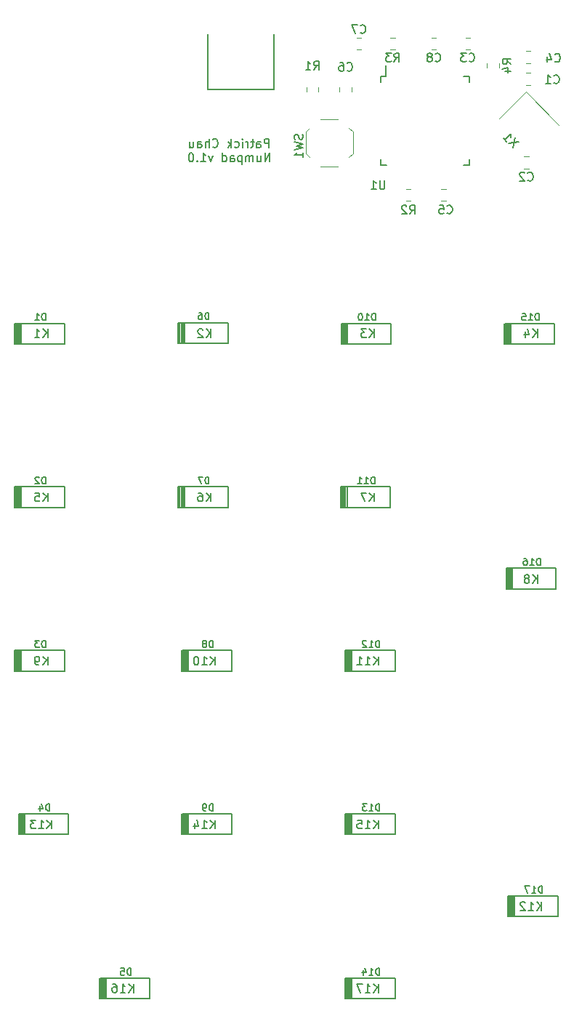
<source format=gbo>
G04 #@! TF.GenerationSoftware,KiCad,Pcbnew,(5.1.5)-3*
G04 #@! TF.CreationDate,2020-06-24T14:41:20-07:00*
G04 #@! TF.ProjectId,numpad,6e756d70-6164-42e6-9b69-6361645f7063,rev?*
G04 #@! TF.SameCoordinates,Original*
G04 #@! TF.FileFunction,Legend,Bot*
G04 #@! TF.FilePolarity,Positive*
%FSLAX46Y46*%
G04 Gerber Fmt 4.6, Leading zero omitted, Abs format (unit mm)*
G04 Created by KiCad (PCBNEW (5.1.5)-3) date 2020-06-24 14:41:20*
%MOMM*%
%LPD*%
G04 APERTURE LIST*
%ADD10C,0.150000*%
%ADD11C,0.200000*%
%ADD12C,0.120000*%
G04 APERTURE END LIST*
D10*
X137919047Y-41967380D02*
X137919047Y-40967380D01*
X137538095Y-40967380D01*
X137442857Y-41015000D01*
X137395238Y-41062619D01*
X137347619Y-41157857D01*
X137347619Y-41300714D01*
X137395238Y-41395952D01*
X137442857Y-41443571D01*
X137538095Y-41491190D01*
X137919047Y-41491190D01*
X136490476Y-41967380D02*
X136490476Y-41443571D01*
X136538095Y-41348333D01*
X136633333Y-41300714D01*
X136823809Y-41300714D01*
X136919047Y-41348333D01*
X136490476Y-41919761D02*
X136585714Y-41967380D01*
X136823809Y-41967380D01*
X136919047Y-41919761D01*
X136966666Y-41824523D01*
X136966666Y-41729285D01*
X136919047Y-41634047D01*
X136823809Y-41586428D01*
X136585714Y-41586428D01*
X136490476Y-41538809D01*
X136157142Y-41300714D02*
X135776190Y-41300714D01*
X136014285Y-40967380D02*
X136014285Y-41824523D01*
X135966666Y-41919761D01*
X135871428Y-41967380D01*
X135776190Y-41967380D01*
X135442857Y-41967380D02*
X135442857Y-41300714D01*
X135442857Y-41491190D02*
X135395238Y-41395952D01*
X135347619Y-41348333D01*
X135252380Y-41300714D01*
X135157142Y-41300714D01*
X134823809Y-41967380D02*
X134823809Y-41300714D01*
X134823809Y-40967380D02*
X134871428Y-41015000D01*
X134823809Y-41062619D01*
X134776190Y-41015000D01*
X134823809Y-40967380D01*
X134823809Y-41062619D01*
X133919047Y-41919761D02*
X134014285Y-41967380D01*
X134204761Y-41967380D01*
X134300000Y-41919761D01*
X134347619Y-41872142D01*
X134395238Y-41776904D01*
X134395238Y-41491190D01*
X134347619Y-41395952D01*
X134300000Y-41348333D01*
X134204761Y-41300714D01*
X134014285Y-41300714D01*
X133919047Y-41348333D01*
X133490476Y-41967380D02*
X133490476Y-40967380D01*
X133395238Y-41586428D02*
X133109523Y-41967380D01*
X133109523Y-41300714D02*
X133490476Y-41681666D01*
X131347619Y-41872142D02*
X131395238Y-41919761D01*
X131538095Y-41967380D01*
X131633333Y-41967380D01*
X131776190Y-41919761D01*
X131871428Y-41824523D01*
X131919047Y-41729285D01*
X131966666Y-41538809D01*
X131966666Y-41395952D01*
X131919047Y-41205476D01*
X131871428Y-41110238D01*
X131776190Y-41015000D01*
X131633333Y-40967380D01*
X131538095Y-40967380D01*
X131395238Y-41015000D01*
X131347619Y-41062619D01*
X130919047Y-41967380D02*
X130919047Y-40967380D01*
X130490476Y-41967380D02*
X130490476Y-41443571D01*
X130538095Y-41348333D01*
X130633333Y-41300714D01*
X130776190Y-41300714D01*
X130871428Y-41348333D01*
X130919047Y-41395952D01*
X129585714Y-41967380D02*
X129585714Y-41443571D01*
X129633333Y-41348333D01*
X129728571Y-41300714D01*
X129919047Y-41300714D01*
X130014285Y-41348333D01*
X129585714Y-41919761D02*
X129680952Y-41967380D01*
X129919047Y-41967380D01*
X130014285Y-41919761D01*
X130061904Y-41824523D01*
X130061904Y-41729285D01*
X130014285Y-41634047D01*
X129919047Y-41586428D01*
X129680952Y-41586428D01*
X129585714Y-41538809D01*
X128680952Y-41300714D02*
X128680952Y-41967380D01*
X129109523Y-41300714D02*
X129109523Y-41824523D01*
X129061904Y-41919761D01*
X128966666Y-41967380D01*
X128823809Y-41967380D01*
X128728571Y-41919761D01*
X128680952Y-41872142D01*
X138014285Y-43617380D02*
X138014285Y-42617380D01*
X137442857Y-43617380D01*
X137442857Y-42617380D01*
X136538095Y-42950714D02*
X136538095Y-43617380D01*
X136966666Y-42950714D02*
X136966666Y-43474523D01*
X136919047Y-43569761D01*
X136823809Y-43617380D01*
X136680952Y-43617380D01*
X136585714Y-43569761D01*
X136538095Y-43522142D01*
X136061904Y-43617380D02*
X136061904Y-42950714D01*
X136061904Y-43045952D02*
X136014285Y-42998333D01*
X135919047Y-42950714D01*
X135776190Y-42950714D01*
X135680952Y-42998333D01*
X135633333Y-43093571D01*
X135633333Y-43617380D01*
X135633333Y-43093571D02*
X135585714Y-42998333D01*
X135490476Y-42950714D01*
X135347619Y-42950714D01*
X135252380Y-42998333D01*
X135204761Y-43093571D01*
X135204761Y-43617380D01*
X134728571Y-42950714D02*
X134728571Y-43950714D01*
X134728571Y-42998333D02*
X134633333Y-42950714D01*
X134442857Y-42950714D01*
X134347619Y-42998333D01*
X134300000Y-43045952D01*
X134252380Y-43141190D01*
X134252380Y-43426904D01*
X134300000Y-43522142D01*
X134347619Y-43569761D01*
X134442857Y-43617380D01*
X134633333Y-43617380D01*
X134728571Y-43569761D01*
X133395238Y-43617380D02*
X133395238Y-43093571D01*
X133442857Y-42998333D01*
X133538095Y-42950714D01*
X133728571Y-42950714D01*
X133823809Y-42998333D01*
X133395238Y-43569761D02*
X133490476Y-43617380D01*
X133728571Y-43617380D01*
X133823809Y-43569761D01*
X133871428Y-43474523D01*
X133871428Y-43379285D01*
X133823809Y-43284047D01*
X133728571Y-43236428D01*
X133490476Y-43236428D01*
X133395238Y-43188809D01*
X132490476Y-43617380D02*
X132490476Y-42617380D01*
X132490476Y-43569761D02*
X132585714Y-43617380D01*
X132776190Y-43617380D01*
X132871428Y-43569761D01*
X132919047Y-43522142D01*
X132966666Y-43426904D01*
X132966666Y-43141190D01*
X132919047Y-43045952D01*
X132871428Y-42998333D01*
X132776190Y-42950714D01*
X132585714Y-42950714D01*
X132490476Y-42998333D01*
X131347619Y-42950714D02*
X131109523Y-43617380D01*
X130871428Y-42950714D01*
X129966666Y-43617380D02*
X130538095Y-43617380D01*
X130252380Y-43617380D02*
X130252380Y-42617380D01*
X130347619Y-42760238D01*
X130442857Y-42855476D01*
X130538095Y-42903095D01*
X129538095Y-43522142D02*
X129490476Y-43569761D01*
X129538095Y-43617380D01*
X129585714Y-43569761D01*
X129538095Y-43522142D01*
X129538095Y-43617380D01*
X128871428Y-42617380D02*
X128776190Y-42617380D01*
X128680952Y-42665000D01*
X128633333Y-42712619D01*
X128585714Y-42807857D01*
X128538095Y-42998333D01*
X128538095Y-43236428D01*
X128585714Y-43426904D01*
X128633333Y-43522142D01*
X128680952Y-43569761D01*
X128776190Y-43617380D01*
X128871428Y-43617380D01*
X128966666Y-43569761D01*
X129014285Y-43522142D01*
X129061904Y-43426904D01*
X129109523Y-43236428D01*
X129109523Y-42998333D01*
X129061904Y-42807857D01*
X129014285Y-42712619D01*
X128966666Y-42665000D01*
X128871428Y-42617380D01*
D11*
X118943750Y-141075000D02*
X118943750Y-138675000D01*
X118768750Y-141075000D02*
X118768750Y-138675000D01*
X118593750Y-141075000D02*
X118593750Y-138675000D01*
X118193750Y-138675000D02*
X118193750Y-141075000D01*
X118418750Y-141075000D02*
X118418750Y-138675000D01*
X118293750Y-141075000D02*
X118293750Y-138675000D01*
X118218750Y-141075000D02*
X124018750Y-141075000D01*
X124018750Y-141075000D02*
X124018750Y-138675000D01*
X124018750Y-138675000D02*
X118218750Y-138675000D01*
D12*
X167836248Y-33293750D02*
X168358752Y-33293750D01*
X167836248Y-34713750D02*
X168358752Y-34713750D01*
X167636248Y-44463750D02*
X168158752Y-44463750D01*
X167636248Y-43043750D02*
X168158752Y-43043750D01*
X160798748Y-30588750D02*
X161321252Y-30588750D01*
X160798748Y-29168750D02*
X161321252Y-29168750D01*
X167823748Y-30762500D02*
X168346252Y-30762500D01*
X167823748Y-32182500D02*
X168346252Y-32182500D01*
X158508752Y-46793750D02*
X157986248Y-46793750D01*
X158508752Y-48213750D02*
X157986248Y-48213750D01*
X147520000Y-34967498D02*
X147520000Y-35490002D01*
X146100000Y-34967498D02*
X146100000Y-35490002D01*
X148658752Y-29168750D02*
X148136248Y-29168750D01*
X148658752Y-30588750D02*
X148136248Y-30588750D01*
X156854998Y-29168750D02*
X157377502Y-29168750D01*
X156854998Y-30588750D02*
X157377502Y-30588750D01*
D11*
X114081250Y-62456250D02*
X108281250Y-62456250D01*
X114081250Y-64856250D02*
X114081250Y-62456250D01*
X108281250Y-64856250D02*
X114081250Y-64856250D01*
X108356250Y-64856250D02*
X108356250Y-62456250D01*
X108481250Y-64856250D02*
X108481250Y-62456250D01*
X108256250Y-62456250D02*
X108256250Y-64856250D01*
X108656250Y-64856250D02*
X108656250Y-62456250D01*
X108831250Y-64856250D02*
X108831250Y-62456250D01*
X109006250Y-64856250D02*
X109006250Y-62456250D01*
X109006250Y-83887500D02*
X109006250Y-81487500D01*
X108831250Y-83887500D02*
X108831250Y-81487500D01*
X108656250Y-83887500D02*
X108656250Y-81487500D01*
X108256250Y-81487500D02*
X108256250Y-83887500D01*
X108481250Y-83887500D02*
X108481250Y-81487500D01*
X108356250Y-83887500D02*
X108356250Y-81487500D01*
X108281250Y-83887500D02*
X114081250Y-83887500D01*
X114081250Y-83887500D02*
X114081250Y-81487500D01*
X114081250Y-81487500D02*
X108281250Y-81487500D01*
X114081250Y-100518750D02*
X108281250Y-100518750D01*
X114081250Y-102918750D02*
X114081250Y-100518750D01*
X108281250Y-102918750D02*
X114081250Y-102918750D01*
X108356250Y-102918750D02*
X108356250Y-100518750D01*
X108481250Y-102918750D02*
X108481250Y-100518750D01*
X108256250Y-100518750D02*
X108256250Y-102918750D01*
X108656250Y-102918750D02*
X108656250Y-100518750D01*
X108831250Y-102918750D02*
X108831250Y-100518750D01*
X109006250Y-102918750D02*
X109006250Y-100518750D01*
X109475000Y-121950000D02*
X109475000Y-119550000D01*
X109300000Y-121950000D02*
X109300000Y-119550000D01*
X109125000Y-121950000D02*
X109125000Y-119550000D01*
X108725000Y-119550000D02*
X108725000Y-121950000D01*
X108950000Y-121950000D02*
X108950000Y-119550000D01*
X108825000Y-121950000D02*
X108825000Y-119550000D01*
X108750000Y-121950000D02*
X114550000Y-121950000D01*
X114550000Y-121950000D02*
X114550000Y-119550000D01*
X114550000Y-119550000D02*
X108750000Y-119550000D01*
X128037500Y-64762500D02*
X128037500Y-62362500D01*
X127862500Y-64762500D02*
X127862500Y-62362500D01*
X127687500Y-64762500D02*
X127687500Y-62362500D01*
X127287500Y-62362500D02*
X127287500Y-64762500D01*
X127512500Y-64762500D02*
X127512500Y-62362500D01*
X127387500Y-64762500D02*
X127387500Y-62362500D01*
X127312500Y-64762500D02*
X133112500Y-64762500D01*
X133112500Y-64762500D02*
X133112500Y-62362500D01*
X133112500Y-62362500D02*
X127312500Y-62362500D01*
X133112500Y-81487500D02*
X127312500Y-81487500D01*
X133112500Y-83887500D02*
X133112500Y-81487500D01*
X127312500Y-83887500D02*
X133112500Y-83887500D01*
X127387500Y-83887500D02*
X127387500Y-81487500D01*
X127512500Y-83887500D02*
X127512500Y-81487500D01*
X127287500Y-81487500D02*
X127287500Y-83887500D01*
X127687500Y-83887500D02*
X127687500Y-81487500D01*
X127862500Y-83887500D02*
X127862500Y-81487500D01*
X128037500Y-83887500D02*
X128037500Y-81487500D01*
X128506250Y-102918750D02*
X128506250Y-100518750D01*
X128331250Y-102918750D02*
X128331250Y-100518750D01*
X128156250Y-102918750D02*
X128156250Y-100518750D01*
X127756250Y-100518750D02*
X127756250Y-102918750D01*
X127981250Y-102918750D02*
X127981250Y-100518750D01*
X127856250Y-102918750D02*
X127856250Y-100518750D01*
X127781250Y-102918750D02*
X133581250Y-102918750D01*
X133581250Y-102918750D02*
X133581250Y-100518750D01*
X133581250Y-100518750D02*
X127781250Y-100518750D01*
X133581250Y-119550000D02*
X127781250Y-119550000D01*
X133581250Y-121950000D02*
X133581250Y-119550000D01*
X127781250Y-121950000D02*
X133581250Y-121950000D01*
X127856250Y-121950000D02*
X127856250Y-119550000D01*
X127981250Y-121950000D02*
X127981250Y-119550000D01*
X127756250Y-119550000D02*
X127756250Y-121950000D01*
X128156250Y-121950000D02*
X128156250Y-119550000D01*
X128331250Y-121950000D02*
X128331250Y-119550000D01*
X128506250Y-121950000D02*
X128506250Y-119550000D01*
X152143750Y-62456250D02*
X146343750Y-62456250D01*
X152143750Y-64856250D02*
X152143750Y-62456250D01*
X146343750Y-64856250D02*
X152143750Y-64856250D01*
X146418750Y-64856250D02*
X146418750Y-62456250D01*
X146543750Y-64856250D02*
X146543750Y-62456250D01*
X146318750Y-62456250D02*
X146318750Y-64856250D01*
X146718750Y-64856250D02*
X146718750Y-62456250D01*
X146893750Y-64856250D02*
X146893750Y-62456250D01*
X147068750Y-64856250D02*
X147068750Y-62456250D01*
X146993750Y-83887500D02*
X146993750Y-81487500D01*
X146818750Y-83887500D02*
X146818750Y-81487500D01*
X146643750Y-83887500D02*
X146643750Y-81487500D01*
X146243750Y-81487500D02*
X146243750Y-83887500D01*
X146468750Y-83887500D02*
X146468750Y-81487500D01*
X146343750Y-83887500D02*
X146343750Y-81487500D01*
X146268750Y-83887500D02*
X152068750Y-83887500D01*
X152068750Y-83887500D02*
X152068750Y-81487500D01*
X152068750Y-81487500D02*
X146268750Y-81487500D01*
X147537500Y-102918750D02*
X147537500Y-100518750D01*
X147362500Y-102918750D02*
X147362500Y-100518750D01*
X147187500Y-102918750D02*
X147187500Y-100518750D01*
X146787500Y-100518750D02*
X146787500Y-102918750D01*
X147012500Y-102918750D02*
X147012500Y-100518750D01*
X146887500Y-102918750D02*
X146887500Y-100518750D01*
X146812500Y-102918750D02*
X152612500Y-102918750D01*
X152612500Y-102918750D02*
X152612500Y-100518750D01*
X152612500Y-100518750D02*
X146812500Y-100518750D01*
X147537500Y-121950000D02*
X147537500Y-119550000D01*
X147362500Y-121950000D02*
X147362500Y-119550000D01*
X147187500Y-121950000D02*
X147187500Y-119550000D01*
X146787500Y-119550000D02*
X146787500Y-121950000D01*
X147012500Y-121950000D02*
X147012500Y-119550000D01*
X146887500Y-121950000D02*
X146887500Y-119550000D01*
X146812500Y-121950000D02*
X152612500Y-121950000D01*
X152612500Y-121950000D02*
X152612500Y-119550000D01*
X152612500Y-119550000D02*
X146812500Y-119550000D01*
X147537500Y-141075000D02*
X147537500Y-138675000D01*
X147362500Y-141075000D02*
X147362500Y-138675000D01*
X147187500Y-141075000D02*
X147187500Y-138675000D01*
X146787500Y-138675000D02*
X146787500Y-141075000D01*
X147012500Y-141075000D02*
X147012500Y-138675000D01*
X146887500Y-141075000D02*
X146887500Y-138675000D01*
X146812500Y-141075000D02*
X152612500Y-141075000D01*
X152612500Y-141075000D02*
X152612500Y-138675000D01*
X152612500Y-138675000D02*
X146812500Y-138675000D01*
X171175000Y-62456250D02*
X165375000Y-62456250D01*
X171175000Y-64856250D02*
X171175000Y-62456250D01*
X165375000Y-64856250D02*
X171175000Y-64856250D01*
X165450000Y-64856250D02*
X165450000Y-62456250D01*
X165575000Y-64856250D02*
X165575000Y-62456250D01*
X165350000Y-62456250D02*
X165350000Y-64856250D01*
X165750000Y-64856250D02*
X165750000Y-62456250D01*
X165925000Y-64856250D02*
X165925000Y-62456250D01*
X166100000Y-64856250D02*
X166100000Y-62456250D01*
X171362500Y-90956250D02*
X165562500Y-90956250D01*
X171362500Y-93356250D02*
X171362500Y-90956250D01*
X165562500Y-93356250D02*
X171362500Y-93356250D01*
X165637500Y-93356250D02*
X165637500Y-90956250D01*
X165762500Y-93356250D02*
X165762500Y-90956250D01*
X165537500Y-90956250D02*
X165537500Y-93356250D01*
X165937500Y-93356250D02*
X165937500Y-90956250D01*
X166112500Y-93356250D02*
X166112500Y-90956250D01*
X166287500Y-93356250D02*
X166287500Y-90956250D01*
X171568750Y-129112500D02*
X165768750Y-129112500D01*
X171568750Y-131512500D02*
X171568750Y-129112500D01*
X165768750Y-131512500D02*
X171568750Y-131512500D01*
X165843750Y-131512500D02*
X165843750Y-129112500D01*
X165968750Y-131512500D02*
X165968750Y-129112500D01*
X165743750Y-129112500D02*
X165743750Y-131512500D01*
X166143750Y-131512500D02*
X166143750Y-129112500D01*
X166318750Y-131512500D02*
X166318750Y-129112500D01*
X166493750Y-131512500D02*
X166493750Y-129112500D01*
X138440000Y-35250000D02*
X138440000Y-28750000D01*
X130740000Y-35250000D02*
X130740000Y-28750000D01*
X130740000Y-35250000D02*
X138440000Y-35250000D01*
D12*
X143676250Y-35490002D02*
X143676250Y-34967498D01*
X142256250Y-35490002D02*
X142256250Y-34967498D01*
X154377502Y-48213750D02*
X153854998Y-48213750D01*
X154377502Y-46793750D02*
X153854998Y-46793750D01*
X152063748Y-30590000D02*
X152586252Y-30590000D01*
X152063748Y-29170000D02*
X152586252Y-29170000D01*
X163300000Y-32696252D02*
X163300000Y-32173748D01*
X164720000Y-32696252D02*
X164720000Y-32173748D01*
X142635000Y-43110000D02*
X142185000Y-42660000D01*
X142635000Y-39710000D02*
X142185000Y-40160000D01*
X147235000Y-39710000D02*
X147685000Y-40160000D01*
X147235000Y-43110000D02*
X147685000Y-42660000D01*
X145935000Y-38660000D02*
X143935000Y-38660000D01*
X142185000Y-42660000D02*
X142185000Y-40160000D01*
X145935000Y-44160000D02*
X143935000Y-44160000D01*
X147685000Y-42660000D02*
X147685000Y-40160000D01*
D10*
X150916250Y-33703750D02*
X151491250Y-33703750D01*
X150916250Y-44053750D02*
X151591250Y-44053750D01*
X161266250Y-44053750D02*
X160591250Y-44053750D01*
X161266250Y-33703750D02*
X160591250Y-33703750D01*
X150916250Y-33703750D02*
X150916250Y-34378750D01*
X161266250Y-33703750D02*
X161266250Y-34378750D01*
X161266250Y-44053750D02*
X161266250Y-43378750D01*
X150916250Y-44053750D02*
X150916250Y-43378750D01*
X151491250Y-33703750D02*
X151491250Y-32428750D01*
D12*
X164720177Y-38618947D02*
X167831447Y-35507677D01*
X167831447Y-35507677D02*
X171649823Y-39326053D01*
D11*
X169665535Y-130805580D02*
X169665535Y-129805580D01*
X169094107Y-130805580D02*
X169522678Y-130234152D01*
X169094107Y-129805580D02*
X169665535Y-130377009D01*
X168141726Y-130805580D02*
X168713154Y-130805580D01*
X168427440Y-130805580D02*
X168427440Y-129805580D01*
X168522678Y-129948438D01*
X168617916Y-130043676D01*
X168713154Y-130091295D01*
X167760773Y-129900819D02*
X167713154Y-129853200D01*
X167617916Y-129805580D01*
X167379821Y-129805580D01*
X167284583Y-129853200D01*
X167236964Y-129900819D01*
X167189345Y-129996057D01*
X167189345Y-130091295D01*
X167236964Y-130234152D01*
X167808392Y-130805580D01*
X167189345Y-130805580D01*
X150651785Y-140332880D02*
X150651785Y-139332880D01*
X150080357Y-140332880D02*
X150508928Y-139761452D01*
X150080357Y-139332880D02*
X150651785Y-139904309D01*
X149127976Y-140332880D02*
X149699404Y-140332880D01*
X149413690Y-140332880D02*
X149413690Y-139332880D01*
X149508928Y-139475738D01*
X149604166Y-139570976D01*
X149699404Y-139618595D01*
X148794642Y-139332880D02*
X148127976Y-139332880D01*
X148556547Y-140332880D01*
X122104885Y-140332880D02*
X122104885Y-139332880D01*
X121533457Y-140332880D02*
X121962028Y-139761452D01*
X121533457Y-139332880D02*
X122104885Y-139904309D01*
X120581076Y-140332880D02*
X121152504Y-140332880D01*
X120866790Y-140332880D02*
X120866790Y-139332880D01*
X120962028Y-139475738D01*
X121057266Y-139570976D01*
X121152504Y-139618595D01*
X119723933Y-139332880D02*
X119914409Y-139332880D01*
X120009647Y-139380500D01*
X120057266Y-139428119D01*
X120152504Y-139570976D01*
X120200123Y-139761452D01*
X120200123Y-140142404D01*
X120152504Y-140237642D01*
X120104885Y-140285261D01*
X120009647Y-140332880D01*
X119819171Y-140332880D01*
X119723933Y-140285261D01*
X119676314Y-140237642D01*
X119628695Y-140142404D01*
X119628695Y-139904309D01*
X119676314Y-139809071D01*
X119723933Y-139761452D01*
X119819171Y-139713833D01*
X120009647Y-139713833D01*
X120104885Y-139761452D01*
X120152504Y-139809071D01*
X120200123Y-139904309D01*
X150651785Y-121278191D02*
X150651785Y-120278191D01*
X150080357Y-121278191D02*
X150508928Y-120706763D01*
X150080357Y-120278191D02*
X150651785Y-120849620D01*
X149127976Y-121278191D02*
X149699404Y-121278191D01*
X149413690Y-121278191D02*
X149413690Y-120278191D01*
X149508928Y-120421049D01*
X149604166Y-120516287D01*
X149699404Y-120563906D01*
X148223214Y-120278191D02*
X148699404Y-120278191D01*
X148747023Y-120754382D01*
X148699404Y-120706763D01*
X148604166Y-120659144D01*
X148366071Y-120659144D01*
X148270833Y-120706763D01*
X148223214Y-120754382D01*
X148175595Y-120849620D01*
X148175595Y-121087715D01*
X148223214Y-121182953D01*
X148270833Y-121230572D01*
X148366071Y-121278191D01*
X148604166Y-121278191D01*
X148699404Y-121230572D01*
X148747023Y-121182953D01*
X131620535Y-121278191D02*
X131620535Y-120278191D01*
X131049107Y-121278191D02*
X131477678Y-120706763D01*
X131049107Y-120278191D02*
X131620535Y-120849620D01*
X130096726Y-121278191D02*
X130668154Y-121278191D01*
X130382440Y-121278191D02*
X130382440Y-120278191D01*
X130477678Y-120421049D01*
X130572916Y-120516287D01*
X130668154Y-120563906D01*
X129239583Y-120611525D02*
X129239583Y-121278191D01*
X129477678Y-120230572D02*
X129715773Y-120944858D01*
X129096726Y-120944858D01*
X112589285Y-121278191D02*
X112589285Y-120278191D01*
X112017857Y-121278191D02*
X112446428Y-120706763D01*
X112017857Y-120278191D02*
X112589285Y-120849620D01*
X111065476Y-121278191D02*
X111636904Y-121278191D01*
X111351190Y-121278191D02*
X111351190Y-120278191D01*
X111446428Y-120421049D01*
X111541666Y-120516287D01*
X111636904Y-120563906D01*
X110732142Y-120278191D02*
X110113095Y-120278191D01*
X110446428Y-120659144D01*
X110303571Y-120659144D01*
X110208333Y-120706763D01*
X110160714Y-120754382D01*
X110113095Y-120849620D01*
X110113095Y-121087715D01*
X110160714Y-121182953D01*
X110208333Y-121230572D01*
X110303571Y-121278191D01*
X110589285Y-121278191D01*
X110684523Y-121230572D01*
X110732142Y-121182953D01*
X150651785Y-102223504D02*
X150651785Y-101223504D01*
X150080357Y-102223504D02*
X150508928Y-101652076D01*
X150080357Y-101223504D02*
X150651785Y-101794933D01*
X149127976Y-102223504D02*
X149699404Y-102223504D01*
X149413690Y-102223504D02*
X149413690Y-101223504D01*
X149508928Y-101366362D01*
X149604166Y-101461600D01*
X149699404Y-101509219D01*
X148175595Y-102223504D02*
X148747023Y-102223504D01*
X148461309Y-102223504D02*
X148461309Y-101223504D01*
X148556547Y-101366362D01*
X148651785Y-101461600D01*
X148747023Y-101509219D01*
X131620535Y-102223504D02*
X131620535Y-101223504D01*
X131049107Y-102223504D02*
X131477678Y-101652076D01*
X131049107Y-101223504D02*
X131620535Y-101794933D01*
X130096726Y-102223504D02*
X130668154Y-102223504D01*
X130382440Y-102223504D02*
X130382440Y-101223504D01*
X130477678Y-101366362D01*
X130572916Y-101461600D01*
X130668154Y-101509219D01*
X129477678Y-101223504D02*
X129382440Y-101223504D01*
X129287202Y-101271124D01*
X129239583Y-101318743D01*
X129191964Y-101413981D01*
X129144345Y-101604457D01*
X129144345Y-101842552D01*
X129191964Y-102033028D01*
X129239583Y-102128266D01*
X129287202Y-102175885D01*
X129382440Y-102223504D01*
X129477678Y-102223504D01*
X129572916Y-102175885D01*
X129620535Y-102128266D01*
X129668154Y-102033028D01*
X129715773Y-101842552D01*
X129715773Y-101604457D01*
X129668154Y-101413981D01*
X129620535Y-101318743D01*
X129572916Y-101271124D01*
X129477678Y-101223504D01*
X112113095Y-102223504D02*
X112113095Y-101223504D01*
X111541666Y-102223504D02*
X111970238Y-101652076D01*
X111541666Y-101223504D02*
X112113095Y-101794933D01*
X111065476Y-102223504D02*
X110875000Y-102223504D01*
X110779761Y-102175885D01*
X110732142Y-102128266D01*
X110636904Y-101985409D01*
X110589285Y-101794933D01*
X110589285Y-101413981D01*
X110636904Y-101318743D01*
X110684523Y-101271124D01*
X110779761Y-101223504D01*
X110970238Y-101223504D01*
X111065476Y-101271124D01*
X111113095Y-101318743D01*
X111160714Y-101413981D01*
X111160714Y-101652076D01*
X111113095Y-101747314D01*
X111065476Y-101794933D01*
X110970238Y-101842552D01*
X110779761Y-101842552D01*
X110684523Y-101794933D01*
X110636904Y-101747314D01*
X110589285Y-101652076D01*
X169189345Y-92696180D02*
X169189345Y-91696180D01*
X168617916Y-92696180D02*
X169046488Y-92124752D01*
X168617916Y-91696180D02*
X169189345Y-92267609D01*
X168046488Y-92124752D02*
X168141726Y-92077133D01*
X168189345Y-92029514D01*
X168236964Y-91934276D01*
X168236964Y-91886657D01*
X168189345Y-91791419D01*
X168141726Y-91743800D01*
X168046488Y-91696180D01*
X167856011Y-91696180D01*
X167760773Y-91743800D01*
X167713154Y-91791419D01*
X167665535Y-91886657D01*
X167665535Y-91934276D01*
X167713154Y-92029514D01*
X167760773Y-92077133D01*
X167856011Y-92124752D01*
X168046488Y-92124752D01*
X168141726Y-92172371D01*
X168189345Y-92219990D01*
X168236964Y-92315228D01*
X168236964Y-92505704D01*
X168189345Y-92600942D01*
X168141726Y-92648561D01*
X168046488Y-92696180D01*
X167856011Y-92696180D01*
X167760773Y-92648561D01*
X167713154Y-92600942D01*
X167665535Y-92505704D01*
X167665535Y-92315228D01*
X167713154Y-92219990D01*
X167760773Y-92172371D01*
X167856011Y-92124752D01*
X150175595Y-83168817D02*
X150175595Y-82168817D01*
X149604166Y-83168817D02*
X150032738Y-82597389D01*
X149604166Y-82168817D02*
X150175595Y-82740246D01*
X149270833Y-82168817D02*
X148604166Y-82168817D01*
X149032738Y-83168817D01*
X131144345Y-83168817D02*
X131144345Y-82168817D01*
X130572916Y-83168817D02*
X131001488Y-82597389D01*
X130572916Y-82168817D02*
X131144345Y-82740246D01*
X129715773Y-82168817D02*
X129906250Y-82168817D01*
X130001488Y-82216437D01*
X130049107Y-82264056D01*
X130144345Y-82406913D01*
X130191964Y-82597389D01*
X130191964Y-82978341D01*
X130144345Y-83073579D01*
X130096726Y-83121198D01*
X130001488Y-83168817D01*
X129811011Y-83168817D01*
X129715773Y-83121198D01*
X129668154Y-83073579D01*
X129620535Y-82978341D01*
X129620535Y-82740246D01*
X129668154Y-82645008D01*
X129715773Y-82597389D01*
X129811011Y-82549770D01*
X130001488Y-82549770D01*
X130096726Y-82597389D01*
X130144345Y-82645008D01*
X130191964Y-82740246D01*
X112113095Y-83168817D02*
X112113095Y-82168817D01*
X111541666Y-83168817D02*
X111970238Y-82597389D01*
X111541666Y-82168817D02*
X112113095Y-82740246D01*
X110636904Y-82168817D02*
X111113095Y-82168817D01*
X111160714Y-82645008D01*
X111113095Y-82597389D01*
X111017857Y-82549770D01*
X110779761Y-82549770D01*
X110684523Y-82597389D01*
X110636904Y-82645008D01*
X110589285Y-82740246D01*
X110589285Y-82978341D01*
X110636904Y-83073579D01*
X110684523Y-83121198D01*
X110779761Y-83168817D01*
X111017857Y-83168817D01*
X111113095Y-83121198D01*
X111160714Y-83073579D01*
X169189345Y-64114130D02*
X169189345Y-63114130D01*
X168617916Y-64114130D02*
X169046488Y-63542702D01*
X168617916Y-63114130D02*
X169189345Y-63685559D01*
X167760773Y-63447464D02*
X167760773Y-64114130D01*
X167998869Y-63066511D02*
X168236964Y-63780797D01*
X167617916Y-63780797D01*
X150175595Y-64114130D02*
X150175595Y-63114130D01*
X149604166Y-64114130D02*
X150032738Y-63542702D01*
X149604166Y-63114130D02*
X150175595Y-63685559D01*
X149270833Y-63114130D02*
X148651785Y-63114130D01*
X148985119Y-63495083D01*
X148842261Y-63495083D01*
X148747023Y-63542702D01*
X148699404Y-63590321D01*
X148651785Y-63685559D01*
X148651785Y-63923654D01*
X148699404Y-64018892D01*
X148747023Y-64066511D01*
X148842261Y-64114130D01*
X149127976Y-64114130D01*
X149223214Y-64066511D01*
X149270833Y-64018892D01*
X112113095Y-64114130D02*
X112113095Y-63114130D01*
X111541666Y-64114130D02*
X111970238Y-63542702D01*
X111541666Y-63114130D02*
X112113095Y-63685559D01*
X110589285Y-64114130D02*
X111160714Y-64114130D01*
X110875000Y-64114130D02*
X110875000Y-63114130D01*
X110970238Y-63256988D01*
X111065476Y-63352226D01*
X111160714Y-63399845D01*
X131144345Y-64114130D02*
X131144345Y-63114130D01*
X130572916Y-64114130D02*
X131001488Y-63542702D01*
X130572916Y-63114130D02*
X131144345Y-63685559D01*
X130191964Y-63209369D02*
X130144345Y-63161750D01*
X130049107Y-63114130D01*
X129811011Y-63114130D01*
X129715773Y-63161750D01*
X129668154Y-63209369D01*
X129620535Y-63304607D01*
X129620535Y-63399845D01*
X129668154Y-63542702D01*
X130239583Y-64114130D01*
X129620535Y-64114130D01*
D10*
X121809226Y-138311904D02*
X121809226Y-137511904D01*
X121618750Y-137511904D01*
X121504464Y-137550000D01*
X121428273Y-137626190D01*
X121390178Y-137702380D01*
X121352083Y-137854761D01*
X121352083Y-137969047D01*
X121390178Y-138121428D01*
X121428273Y-138197619D01*
X121504464Y-138273809D01*
X121618750Y-138311904D01*
X121809226Y-138311904D01*
X120628273Y-137511904D02*
X121009226Y-137511904D01*
X121047321Y-137892857D01*
X121009226Y-137854761D01*
X120933035Y-137816666D01*
X120742559Y-137816666D01*
X120666369Y-137854761D01*
X120628273Y-137892857D01*
X120590178Y-137969047D01*
X120590178Y-138159523D01*
X120628273Y-138235714D01*
X120666369Y-138273809D01*
X120742559Y-138311904D01*
X120933035Y-138311904D01*
X121009226Y-138273809D01*
X121047321Y-138235714D01*
X171106666Y-34427142D02*
X171154285Y-34474761D01*
X171297142Y-34522380D01*
X171392380Y-34522380D01*
X171535238Y-34474761D01*
X171630476Y-34379523D01*
X171678095Y-34284285D01*
X171725714Y-34093809D01*
X171725714Y-33950952D01*
X171678095Y-33760476D01*
X171630476Y-33665238D01*
X171535238Y-33570000D01*
X171392380Y-33522380D01*
X171297142Y-33522380D01*
X171154285Y-33570000D01*
X171106666Y-33617619D01*
X170154285Y-34522380D02*
X170725714Y-34522380D01*
X170440000Y-34522380D02*
X170440000Y-33522380D01*
X170535238Y-33665238D01*
X170630476Y-33760476D01*
X170725714Y-33808095D01*
X168064166Y-45760892D02*
X168111785Y-45808511D01*
X168254642Y-45856130D01*
X168349880Y-45856130D01*
X168492738Y-45808511D01*
X168587976Y-45713273D01*
X168635595Y-45618035D01*
X168683214Y-45427559D01*
X168683214Y-45284702D01*
X168635595Y-45094226D01*
X168587976Y-44998988D01*
X168492738Y-44903750D01*
X168349880Y-44856130D01*
X168254642Y-44856130D01*
X168111785Y-44903750D01*
X168064166Y-44951369D01*
X167683214Y-44951369D02*
X167635595Y-44903750D01*
X167540357Y-44856130D01*
X167302261Y-44856130D01*
X167207023Y-44903750D01*
X167159404Y-44951369D01*
X167111785Y-45046607D01*
X167111785Y-45141845D01*
X167159404Y-45284702D01*
X167730833Y-45856130D01*
X167111785Y-45856130D01*
X161226666Y-31885892D02*
X161274285Y-31933511D01*
X161417142Y-31981130D01*
X161512380Y-31981130D01*
X161655238Y-31933511D01*
X161750476Y-31838273D01*
X161798095Y-31743035D01*
X161845714Y-31552559D01*
X161845714Y-31409702D01*
X161798095Y-31219226D01*
X161750476Y-31123988D01*
X161655238Y-31028750D01*
X161512380Y-30981130D01*
X161417142Y-30981130D01*
X161274285Y-31028750D01*
X161226666Y-31076369D01*
X160893333Y-30981130D02*
X160274285Y-30981130D01*
X160607619Y-31362083D01*
X160464761Y-31362083D01*
X160369523Y-31409702D01*
X160321904Y-31457321D01*
X160274285Y-31552559D01*
X160274285Y-31790654D01*
X160321904Y-31885892D01*
X160369523Y-31933511D01*
X160464761Y-31981130D01*
X160750476Y-31981130D01*
X160845714Y-31933511D01*
X160893333Y-31885892D01*
X171206666Y-31947142D02*
X171254285Y-31994761D01*
X171397142Y-32042380D01*
X171492380Y-32042380D01*
X171635238Y-31994761D01*
X171730476Y-31899523D01*
X171778095Y-31804285D01*
X171825714Y-31613809D01*
X171825714Y-31470952D01*
X171778095Y-31280476D01*
X171730476Y-31185238D01*
X171635238Y-31090000D01*
X171492380Y-31042380D01*
X171397142Y-31042380D01*
X171254285Y-31090000D01*
X171206666Y-31137619D01*
X170349523Y-31375714D02*
X170349523Y-32042380D01*
X170587619Y-30994761D02*
X170825714Y-31709047D01*
X170206666Y-31709047D01*
X158656666Y-49597142D02*
X158704285Y-49644761D01*
X158847142Y-49692380D01*
X158942380Y-49692380D01*
X159085238Y-49644761D01*
X159180476Y-49549523D01*
X159228095Y-49454285D01*
X159275714Y-49263809D01*
X159275714Y-49120952D01*
X159228095Y-48930476D01*
X159180476Y-48835238D01*
X159085238Y-48740000D01*
X158942380Y-48692380D01*
X158847142Y-48692380D01*
X158704285Y-48740000D01*
X158656666Y-48787619D01*
X157751904Y-48692380D02*
X158228095Y-48692380D01*
X158275714Y-49168571D01*
X158228095Y-49120952D01*
X158132857Y-49073333D01*
X157894761Y-49073333D01*
X157799523Y-49120952D01*
X157751904Y-49168571D01*
X157704285Y-49263809D01*
X157704285Y-49501904D01*
X157751904Y-49597142D01*
X157799523Y-49644761D01*
X157894761Y-49692380D01*
X158132857Y-49692380D01*
X158228095Y-49644761D01*
X158275714Y-49597142D01*
X147006666Y-32977142D02*
X147054285Y-33024761D01*
X147197142Y-33072380D01*
X147292380Y-33072380D01*
X147435238Y-33024761D01*
X147530476Y-32929523D01*
X147578095Y-32834285D01*
X147625714Y-32643809D01*
X147625714Y-32500952D01*
X147578095Y-32310476D01*
X147530476Y-32215238D01*
X147435238Y-32120000D01*
X147292380Y-32072380D01*
X147197142Y-32072380D01*
X147054285Y-32120000D01*
X147006666Y-32167619D01*
X146149523Y-32072380D02*
X146340000Y-32072380D01*
X146435238Y-32120000D01*
X146482857Y-32167619D01*
X146578095Y-32310476D01*
X146625714Y-32500952D01*
X146625714Y-32881904D01*
X146578095Y-32977142D01*
X146530476Y-33024761D01*
X146435238Y-33072380D01*
X146244761Y-33072380D01*
X146149523Y-33024761D01*
X146101904Y-32977142D01*
X146054285Y-32881904D01*
X146054285Y-32643809D01*
X146101904Y-32548571D01*
X146149523Y-32500952D01*
X146244761Y-32453333D01*
X146435238Y-32453333D01*
X146530476Y-32500952D01*
X146578095Y-32548571D01*
X146625714Y-32643809D01*
X148564166Y-28585892D02*
X148611785Y-28633511D01*
X148754642Y-28681130D01*
X148849880Y-28681130D01*
X148992738Y-28633511D01*
X149087976Y-28538273D01*
X149135595Y-28443035D01*
X149183214Y-28252559D01*
X149183214Y-28109702D01*
X149135595Y-27919226D01*
X149087976Y-27823988D01*
X148992738Y-27728750D01*
X148849880Y-27681130D01*
X148754642Y-27681130D01*
X148611785Y-27728750D01*
X148564166Y-27776369D01*
X148230833Y-27681130D02*
X147564166Y-27681130D01*
X147992738Y-28681130D01*
X157282916Y-31885892D02*
X157330535Y-31933511D01*
X157473392Y-31981130D01*
X157568630Y-31981130D01*
X157711488Y-31933511D01*
X157806726Y-31838273D01*
X157854345Y-31743035D01*
X157901964Y-31552559D01*
X157901964Y-31409702D01*
X157854345Y-31219226D01*
X157806726Y-31123988D01*
X157711488Y-31028750D01*
X157568630Y-30981130D01*
X157473392Y-30981130D01*
X157330535Y-31028750D01*
X157282916Y-31076369D01*
X156711488Y-31409702D02*
X156806726Y-31362083D01*
X156854345Y-31314464D01*
X156901964Y-31219226D01*
X156901964Y-31171607D01*
X156854345Y-31076369D01*
X156806726Y-31028750D01*
X156711488Y-30981130D01*
X156521011Y-30981130D01*
X156425773Y-31028750D01*
X156378154Y-31076369D01*
X156330535Y-31171607D01*
X156330535Y-31219226D01*
X156378154Y-31314464D01*
X156425773Y-31362083D01*
X156521011Y-31409702D01*
X156711488Y-31409702D01*
X156806726Y-31457321D01*
X156854345Y-31504940D01*
X156901964Y-31600178D01*
X156901964Y-31790654D01*
X156854345Y-31885892D01*
X156806726Y-31933511D01*
X156711488Y-31981130D01*
X156521011Y-31981130D01*
X156425773Y-31933511D01*
X156378154Y-31885892D01*
X156330535Y-31790654D01*
X156330535Y-31600178D01*
X156378154Y-31504940D01*
X156425773Y-31457321D01*
X156521011Y-31409702D01*
X111871726Y-62093154D02*
X111871726Y-61293154D01*
X111681250Y-61293154D01*
X111566964Y-61331250D01*
X111490773Y-61407440D01*
X111452678Y-61483630D01*
X111414583Y-61636011D01*
X111414583Y-61750297D01*
X111452678Y-61902678D01*
X111490773Y-61978869D01*
X111566964Y-62055059D01*
X111681250Y-62093154D01*
X111871726Y-62093154D01*
X110652678Y-62093154D02*
X111109821Y-62093154D01*
X110881250Y-62093154D02*
X110881250Y-61293154D01*
X110957440Y-61407440D01*
X111033630Y-61483630D01*
X111109821Y-61521726D01*
X111871726Y-81124404D02*
X111871726Y-80324404D01*
X111681250Y-80324404D01*
X111566964Y-80362500D01*
X111490773Y-80438690D01*
X111452678Y-80514880D01*
X111414583Y-80667261D01*
X111414583Y-80781547D01*
X111452678Y-80933928D01*
X111490773Y-81010119D01*
X111566964Y-81086309D01*
X111681250Y-81124404D01*
X111871726Y-81124404D01*
X111109821Y-80400595D02*
X111071726Y-80362500D01*
X110995535Y-80324404D01*
X110805059Y-80324404D01*
X110728869Y-80362500D01*
X110690773Y-80400595D01*
X110652678Y-80476785D01*
X110652678Y-80552976D01*
X110690773Y-80667261D01*
X111147916Y-81124404D01*
X110652678Y-81124404D01*
X111871726Y-100155654D02*
X111871726Y-99355654D01*
X111681250Y-99355654D01*
X111566964Y-99393750D01*
X111490773Y-99469940D01*
X111452678Y-99546130D01*
X111414583Y-99698511D01*
X111414583Y-99812797D01*
X111452678Y-99965178D01*
X111490773Y-100041369D01*
X111566964Y-100117559D01*
X111681250Y-100155654D01*
X111871726Y-100155654D01*
X111147916Y-99355654D02*
X110652678Y-99355654D01*
X110919345Y-99660416D01*
X110805059Y-99660416D01*
X110728869Y-99698511D01*
X110690773Y-99736607D01*
X110652678Y-99812797D01*
X110652678Y-100003273D01*
X110690773Y-100079464D01*
X110728869Y-100117559D01*
X110805059Y-100155654D01*
X111033630Y-100155654D01*
X111109821Y-100117559D01*
X111147916Y-100079464D01*
X112340476Y-119186904D02*
X112340476Y-118386904D01*
X112150000Y-118386904D01*
X112035714Y-118425000D01*
X111959523Y-118501190D01*
X111921428Y-118577380D01*
X111883333Y-118729761D01*
X111883333Y-118844047D01*
X111921428Y-118996428D01*
X111959523Y-119072619D01*
X112035714Y-119148809D01*
X112150000Y-119186904D01*
X112340476Y-119186904D01*
X111197619Y-118653571D02*
X111197619Y-119186904D01*
X111388095Y-118348809D02*
X111578571Y-118920238D01*
X111083333Y-118920238D01*
X130902976Y-61999404D02*
X130902976Y-61199404D01*
X130712500Y-61199404D01*
X130598214Y-61237500D01*
X130522023Y-61313690D01*
X130483928Y-61389880D01*
X130445833Y-61542261D01*
X130445833Y-61656547D01*
X130483928Y-61808928D01*
X130522023Y-61885119D01*
X130598214Y-61961309D01*
X130712500Y-61999404D01*
X130902976Y-61999404D01*
X129760119Y-61199404D02*
X129912500Y-61199404D01*
X129988690Y-61237500D01*
X130026785Y-61275595D01*
X130102976Y-61389880D01*
X130141071Y-61542261D01*
X130141071Y-61847023D01*
X130102976Y-61923214D01*
X130064880Y-61961309D01*
X129988690Y-61999404D01*
X129836309Y-61999404D01*
X129760119Y-61961309D01*
X129722023Y-61923214D01*
X129683928Y-61847023D01*
X129683928Y-61656547D01*
X129722023Y-61580357D01*
X129760119Y-61542261D01*
X129836309Y-61504166D01*
X129988690Y-61504166D01*
X130064880Y-61542261D01*
X130102976Y-61580357D01*
X130141071Y-61656547D01*
X130902976Y-81124404D02*
X130902976Y-80324404D01*
X130712500Y-80324404D01*
X130598214Y-80362500D01*
X130522023Y-80438690D01*
X130483928Y-80514880D01*
X130445833Y-80667261D01*
X130445833Y-80781547D01*
X130483928Y-80933928D01*
X130522023Y-81010119D01*
X130598214Y-81086309D01*
X130712500Y-81124404D01*
X130902976Y-81124404D01*
X130179166Y-80324404D02*
X129645833Y-80324404D01*
X129988690Y-81124404D01*
X131371726Y-100155654D02*
X131371726Y-99355654D01*
X131181250Y-99355654D01*
X131066964Y-99393750D01*
X130990773Y-99469940D01*
X130952678Y-99546130D01*
X130914583Y-99698511D01*
X130914583Y-99812797D01*
X130952678Y-99965178D01*
X130990773Y-100041369D01*
X131066964Y-100117559D01*
X131181250Y-100155654D01*
X131371726Y-100155654D01*
X130457440Y-99698511D02*
X130533630Y-99660416D01*
X130571726Y-99622321D01*
X130609821Y-99546130D01*
X130609821Y-99508035D01*
X130571726Y-99431845D01*
X130533630Y-99393750D01*
X130457440Y-99355654D01*
X130305059Y-99355654D01*
X130228869Y-99393750D01*
X130190773Y-99431845D01*
X130152678Y-99508035D01*
X130152678Y-99546130D01*
X130190773Y-99622321D01*
X130228869Y-99660416D01*
X130305059Y-99698511D01*
X130457440Y-99698511D01*
X130533630Y-99736607D01*
X130571726Y-99774702D01*
X130609821Y-99850892D01*
X130609821Y-100003273D01*
X130571726Y-100079464D01*
X130533630Y-100117559D01*
X130457440Y-100155654D01*
X130305059Y-100155654D01*
X130228869Y-100117559D01*
X130190773Y-100079464D01*
X130152678Y-100003273D01*
X130152678Y-99850892D01*
X130190773Y-99774702D01*
X130228869Y-99736607D01*
X130305059Y-99698511D01*
X131371726Y-119186904D02*
X131371726Y-118386904D01*
X131181250Y-118386904D01*
X131066964Y-118425000D01*
X130990773Y-118501190D01*
X130952678Y-118577380D01*
X130914583Y-118729761D01*
X130914583Y-118844047D01*
X130952678Y-118996428D01*
X130990773Y-119072619D01*
X131066964Y-119148809D01*
X131181250Y-119186904D01*
X131371726Y-119186904D01*
X130533630Y-119186904D02*
X130381250Y-119186904D01*
X130305059Y-119148809D01*
X130266964Y-119110714D01*
X130190773Y-118996428D01*
X130152678Y-118844047D01*
X130152678Y-118539285D01*
X130190773Y-118463095D01*
X130228869Y-118425000D01*
X130305059Y-118386904D01*
X130457440Y-118386904D01*
X130533630Y-118425000D01*
X130571726Y-118463095D01*
X130609821Y-118539285D01*
X130609821Y-118729761D01*
X130571726Y-118805952D01*
X130533630Y-118844047D01*
X130457440Y-118882142D01*
X130305059Y-118882142D01*
X130228869Y-118844047D01*
X130190773Y-118805952D01*
X130152678Y-118729761D01*
X150315178Y-62093154D02*
X150315178Y-61293154D01*
X150124702Y-61293154D01*
X150010416Y-61331250D01*
X149934226Y-61407440D01*
X149896130Y-61483630D01*
X149858035Y-61636011D01*
X149858035Y-61750297D01*
X149896130Y-61902678D01*
X149934226Y-61978869D01*
X150010416Y-62055059D01*
X150124702Y-62093154D01*
X150315178Y-62093154D01*
X149096130Y-62093154D02*
X149553273Y-62093154D01*
X149324702Y-62093154D02*
X149324702Y-61293154D01*
X149400892Y-61407440D01*
X149477083Y-61483630D01*
X149553273Y-61521726D01*
X148600892Y-61293154D02*
X148524702Y-61293154D01*
X148448511Y-61331250D01*
X148410416Y-61369345D01*
X148372321Y-61445535D01*
X148334226Y-61597916D01*
X148334226Y-61788392D01*
X148372321Y-61940773D01*
X148410416Y-62016964D01*
X148448511Y-62055059D01*
X148524702Y-62093154D01*
X148600892Y-62093154D01*
X148677083Y-62055059D01*
X148715178Y-62016964D01*
X148753273Y-61940773D01*
X148791369Y-61788392D01*
X148791369Y-61597916D01*
X148753273Y-61445535D01*
X148715178Y-61369345D01*
X148677083Y-61331250D01*
X148600892Y-61293154D01*
X150240178Y-81124404D02*
X150240178Y-80324404D01*
X150049702Y-80324404D01*
X149935416Y-80362500D01*
X149859226Y-80438690D01*
X149821130Y-80514880D01*
X149783035Y-80667261D01*
X149783035Y-80781547D01*
X149821130Y-80933928D01*
X149859226Y-81010119D01*
X149935416Y-81086309D01*
X150049702Y-81124404D01*
X150240178Y-81124404D01*
X149021130Y-81124404D02*
X149478273Y-81124404D01*
X149249702Y-81124404D02*
X149249702Y-80324404D01*
X149325892Y-80438690D01*
X149402083Y-80514880D01*
X149478273Y-80552976D01*
X148259226Y-81124404D02*
X148716369Y-81124404D01*
X148487797Y-81124404D02*
X148487797Y-80324404D01*
X148563988Y-80438690D01*
X148640178Y-80514880D01*
X148716369Y-80552976D01*
X150783928Y-100155654D02*
X150783928Y-99355654D01*
X150593452Y-99355654D01*
X150479166Y-99393750D01*
X150402976Y-99469940D01*
X150364880Y-99546130D01*
X150326785Y-99698511D01*
X150326785Y-99812797D01*
X150364880Y-99965178D01*
X150402976Y-100041369D01*
X150479166Y-100117559D01*
X150593452Y-100155654D01*
X150783928Y-100155654D01*
X149564880Y-100155654D02*
X150022023Y-100155654D01*
X149793452Y-100155654D02*
X149793452Y-99355654D01*
X149869642Y-99469940D01*
X149945833Y-99546130D01*
X150022023Y-99584226D01*
X149260119Y-99431845D02*
X149222023Y-99393750D01*
X149145833Y-99355654D01*
X148955357Y-99355654D01*
X148879166Y-99393750D01*
X148841071Y-99431845D01*
X148802976Y-99508035D01*
X148802976Y-99584226D01*
X148841071Y-99698511D01*
X149298214Y-100155654D01*
X148802976Y-100155654D01*
X150783928Y-119186904D02*
X150783928Y-118386904D01*
X150593452Y-118386904D01*
X150479166Y-118425000D01*
X150402976Y-118501190D01*
X150364880Y-118577380D01*
X150326785Y-118729761D01*
X150326785Y-118844047D01*
X150364880Y-118996428D01*
X150402976Y-119072619D01*
X150479166Y-119148809D01*
X150593452Y-119186904D01*
X150783928Y-119186904D01*
X149564880Y-119186904D02*
X150022023Y-119186904D01*
X149793452Y-119186904D02*
X149793452Y-118386904D01*
X149869642Y-118501190D01*
X149945833Y-118577380D01*
X150022023Y-118615476D01*
X149298214Y-118386904D02*
X148802976Y-118386904D01*
X149069642Y-118691666D01*
X148955357Y-118691666D01*
X148879166Y-118729761D01*
X148841071Y-118767857D01*
X148802976Y-118844047D01*
X148802976Y-119034523D01*
X148841071Y-119110714D01*
X148879166Y-119148809D01*
X148955357Y-119186904D01*
X149183928Y-119186904D01*
X149260119Y-119148809D01*
X149298214Y-119110714D01*
X150783928Y-138311904D02*
X150783928Y-137511904D01*
X150593452Y-137511904D01*
X150479166Y-137550000D01*
X150402976Y-137626190D01*
X150364880Y-137702380D01*
X150326785Y-137854761D01*
X150326785Y-137969047D01*
X150364880Y-138121428D01*
X150402976Y-138197619D01*
X150479166Y-138273809D01*
X150593452Y-138311904D01*
X150783928Y-138311904D01*
X149564880Y-138311904D02*
X150022023Y-138311904D01*
X149793452Y-138311904D02*
X149793452Y-137511904D01*
X149869642Y-137626190D01*
X149945833Y-137702380D01*
X150022023Y-137740476D01*
X148879166Y-137778571D02*
X148879166Y-138311904D01*
X149069642Y-137473809D02*
X149260119Y-138045238D01*
X148764880Y-138045238D01*
X169346428Y-62093154D02*
X169346428Y-61293154D01*
X169155952Y-61293154D01*
X169041666Y-61331250D01*
X168965476Y-61407440D01*
X168927380Y-61483630D01*
X168889285Y-61636011D01*
X168889285Y-61750297D01*
X168927380Y-61902678D01*
X168965476Y-61978869D01*
X169041666Y-62055059D01*
X169155952Y-62093154D01*
X169346428Y-62093154D01*
X168127380Y-62093154D02*
X168584523Y-62093154D01*
X168355952Y-62093154D02*
X168355952Y-61293154D01*
X168432142Y-61407440D01*
X168508333Y-61483630D01*
X168584523Y-61521726D01*
X167403571Y-61293154D02*
X167784523Y-61293154D01*
X167822619Y-61674107D01*
X167784523Y-61636011D01*
X167708333Y-61597916D01*
X167517857Y-61597916D01*
X167441666Y-61636011D01*
X167403571Y-61674107D01*
X167365476Y-61750297D01*
X167365476Y-61940773D01*
X167403571Y-62016964D01*
X167441666Y-62055059D01*
X167517857Y-62093154D01*
X167708333Y-62093154D01*
X167784523Y-62055059D01*
X167822619Y-62016964D01*
X169533928Y-90593154D02*
X169533928Y-89793154D01*
X169343452Y-89793154D01*
X169229166Y-89831250D01*
X169152976Y-89907440D01*
X169114880Y-89983630D01*
X169076785Y-90136011D01*
X169076785Y-90250297D01*
X169114880Y-90402678D01*
X169152976Y-90478869D01*
X169229166Y-90555059D01*
X169343452Y-90593154D01*
X169533928Y-90593154D01*
X168314880Y-90593154D02*
X168772023Y-90593154D01*
X168543452Y-90593154D02*
X168543452Y-89793154D01*
X168619642Y-89907440D01*
X168695833Y-89983630D01*
X168772023Y-90021726D01*
X167629166Y-89793154D02*
X167781547Y-89793154D01*
X167857738Y-89831250D01*
X167895833Y-89869345D01*
X167972023Y-89983630D01*
X168010119Y-90136011D01*
X168010119Y-90440773D01*
X167972023Y-90516964D01*
X167933928Y-90555059D01*
X167857738Y-90593154D01*
X167705357Y-90593154D01*
X167629166Y-90555059D01*
X167591071Y-90516964D01*
X167552976Y-90440773D01*
X167552976Y-90250297D01*
X167591071Y-90174107D01*
X167629166Y-90136011D01*
X167705357Y-90097916D01*
X167857738Y-90097916D01*
X167933928Y-90136011D01*
X167972023Y-90174107D01*
X168010119Y-90250297D01*
X169740178Y-128749404D02*
X169740178Y-127949404D01*
X169549702Y-127949404D01*
X169435416Y-127987500D01*
X169359226Y-128063690D01*
X169321130Y-128139880D01*
X169283035Y-128292261D01*
X169283035Y-128406547D01*
X169321130Y-128558928D01*
X169359226Y-128635119D01*
X169435416Y-128711309D01*
X169549702Y-128749404D01*
X169740178Y-128749404D01*
X168521130Y-128749404D02*
X168978273Y-128749404D01*
X168749702Y-128749404D02*
X168749702Y-127949404D01*
X168825892Y-128063690D01*
X168902083Y-128139880D01*
X168978273Y-128177976D01*
X168254464Y-127949404D02*
X167721130Y-127949404D01*
X168063988Y-128749404D01*
X143126666Y-32942380D02*
X143460000Y-32466190D01*
X143698095Y-32942380D02*
X143698095Y-31942380D01*
X143317142Y-31942380D01*
X143221904Y-31990000D01*
X143174285Y-32037619D01*
X143126666Y-32132857D01*
X143126666Y-32275714D01*
X143174285Y-32370952D01*
X143221904Y-32418571D01*
X143317142Y-32466190D01*
X143698095Y-32466190D01*
X142174285Y-32942380D02*
X142745714Y-32942380D01*
X142460000Y-32942380D02*
X142460000Y-31942380D01*
X142555238Y-32085238D01*
X142650476Y-32180476D01*
X142745714Y-32228095D01*
X154296666Y-49712380D02*
X154630000Y-49236190D01*
X154868095Y-49712380D02*
X154868095Y-48712380D01*
X154487142Y-48712380D01*
X154391904Y-48760000D01*
X154344285Y-48807619D01*
X154296666Y-48902857D01*
X154296666Y-49045714D01*
X154344285Y-49140952D01*
X154391904Y-49188571D01*
X154487142Y-49236190D01*
X154868095Y-49236190D01*
X153915714Y-48807619D02*
X153868095Y-48760000D01*
X153772857Y-48712380D01*
X153534761Y-48712380D01*
X153439523Y-48760000D01*
X153391904Y-48807619D01*
X153344285Y-48902857D01*
X153344285Y-48998095D01*
X153391904Y-49140952D01*
X153963333Y-49712380D01*
X153344285Y-49712380D01*
X152491666Y-31982380D02*
X152825000Y-31506190D01*
X153063095Y-31982380D02*
X153063095Y-30982380D01*
X152682142Y-30982380D01*
X152586904Y-31030000D01*
X152539285Y-31077619D01*
X152491666Y-31172857D01*
X152491666Y-31315714D01*
X152539285Y-31410952D01*
X152586904Y-31458571D01*
X152682142Y-31506190D01*
X153063095Y-31506190D01*
X152158333Y-30982380D02*
X151539285Y-30982380D01*
X151872619Y-31363333D01*
X151729761Y-31363333D01*
X151634523Y-31410952D01*
X151586904Y-31458571D01*
X151539285Y-31553809D01*
X151539285Y-31791904D01*
X151586904Y-31887142D01*
X151634523Y-31934761D01*
X151729761Y-31982380D01*
X152015476Y-31982380D01*
X152110714Y-31934761D01*
X152158333Y-31887142D01*
X166112380Y-32268333D02*
X165636190Y-31935000D01*
X166112380Y-31696904D02*
X165112380Y-31696904D01*
X165112380Y-32077857D01*
X165160000Y-32173095D01*
X165207619Y-32220714D01*
X165302857Y-32268333D01*
X165445714Y-32268333D01*
X165540952Y-32220714D01*
X165588571Y-32173095D01*
X165636190Y-32077857D01*
X165636190Y-31696904D01*
X165445714Y-33125476D02*
X166112380Y-33125476D01*
X165064761Y-32887380D02*
X165779047Y-32649285D01*
X165779047Y-33268333D01*
X141814761Y-40446666D02*
X141862380Y-40589523D01*
X141862380Y-40827619D01*
X141814761Y-40922857D01*
X141767142Y-40970476D01*
X141671904Y-41018095D01*
X141576666Y-41018095D01*
X141481428Y-40970476D01*
X141433809Y-40922857D01*
X141386190Y-40827619D01*
X141338571Y-40637142D01*
X141290952Y-40541904D01*
X141243333Y-40494285D01*
X141148095Y-40446666D01*
X141052857Y-40446666D01*
X140957619Y-40494285D01*
X140910000Y-40541904D01*
X140862380Y-40637142D01*
X140862380Y-40875238D01*
X140910000Y-41018095D01*
X140862380Y-41351428D02*
X141862380Y-41589523D01*
X141148095Y-41780000D01*
X141862380Y-41970476D01*
X140862380Y-42208571D01*
X141862380Y-43113333D02*
X141862380Y-42541904D01*
X141862380Y-42827619D02*
X140862380Y-42827619D01*
X141005238Y-42732380D01*
X141100476Y-42637142D01*
X141148095Y-42541904D01*
X151391904Y-45832380D02*
X151391904Y-46641904D01*
X151344285Y-46737142D01*
X151296666Y-46784761D01*
X151201428Y-46832380D01*
X151010952Y-46832380D01*
X150915714Y-46784761D01*
X150868095Y-46737142D01*
X150820476Y-46641904D01*
X150820476Y-45832380D01*
X149820476Y-46832380D02*
X150391904Y-46832380D01*
X150106190Y-46832380D02*
X150106190Y-45832380D01*
X150201428Y-45975238D01*
X150296666Y-46070476D01*
X150391904Y-46118095D01*
X167023324Y-41279014D02*
X165844813Y-41514716D01*
X166551920Y-40807610D02*
X166316218Y-41986121D01*
X165205050Y-40874953D02*
X165609111Y-41279014D01*
X165407080Y-41076984D02*
X166114187Y-40369877D01*
X166080515Y-40538236D01*
X166080515Y-40672923D01*
X166114187Y-40773938D01*
M02*

</source>
